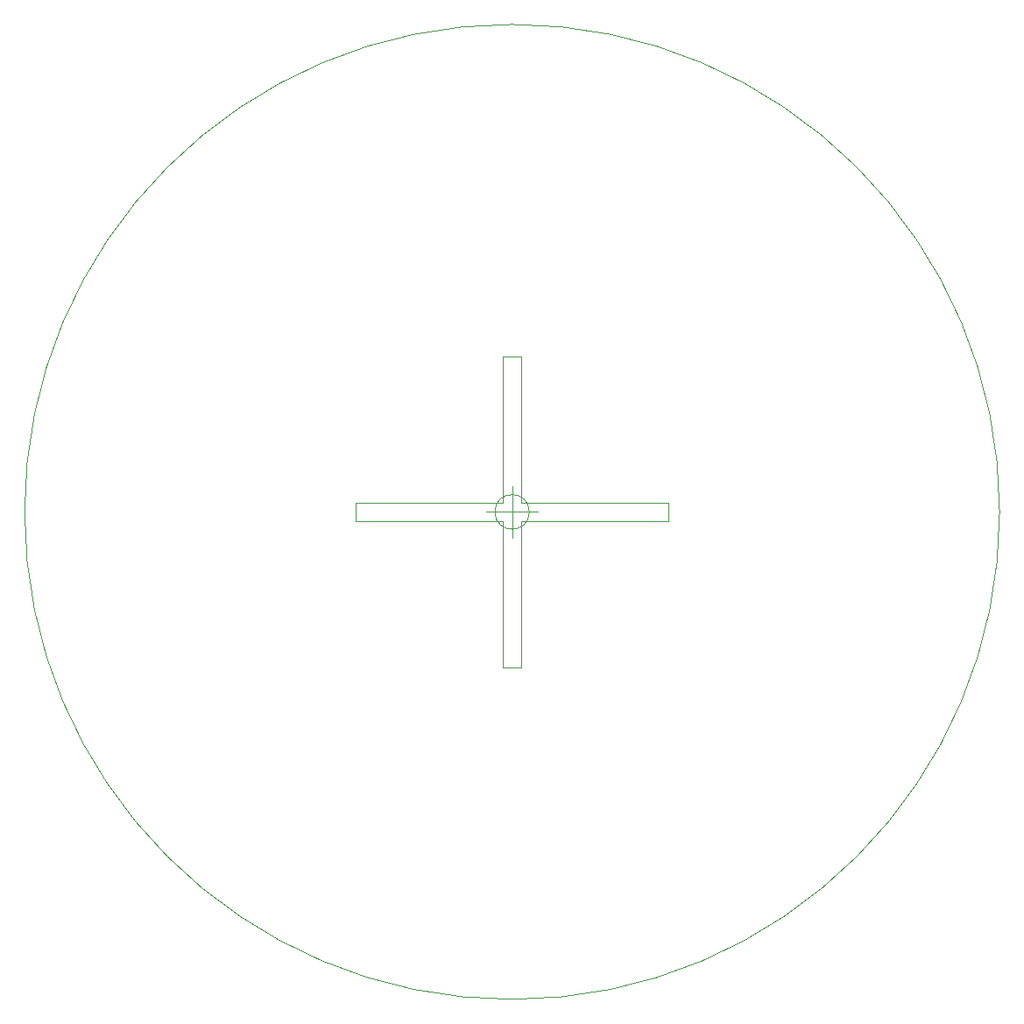
<source format=gm1>
G04 #@! TF.GenerationSoftware,KiCad,Pcbnew,(5.1.5)-3*
G04 #@! TF.CreationDate,2020-11-14T22:32:06+01:00*
G04 #@! TF.ProjectId,Christmas C2,43687269-7374-46d6-9173-2043322e6b69,rev?*
G04 #@! TF.SameCoordinates,Original*
G04 #@! TF.FileFunction,Profile,NP*
%FSLAX46Y46*%
G04 Gerber Fmt 4.6, Leading zero omitted, Abs format (unit mm)*
G04 Created by KiCad (PCBNEW (5.1.5)-3) date 2020-11-14 22:32:06*
%MOMM*%
%LPD*%
G04 APERTURE LIST*
%ADD10C,0.050000*%
G04 APERTURE END LIST*
D10*
X151892000Y-150685500D02*
G75*
G03X151892000Y-150685500I-47117000J0D01*
G01*
X106441666Y-150685500D02*
G75*
G03X106441666Y-150685500I-1666666J0D01*
G01*
X102275000Y-150685500D02*
X107275000Y-150685500D01*
X104775000Y-148185500D02*
X104775000Y-153185500D01*
X105664000Y-165735000D02*
X103886000Y-165735000D01*
X105664000Y-151574500D02*
X105664000Y-165735000D01*
X103886000Y-151574500D02*
X103886000Y-165735000D01*
X103886000Y-149796500D02*
X89662000Y-149796500D01*
X103886000Y-135636000D02*
X105664000Y-135636000D01*
X103886000Y-149796500D02*
X103886000Y-135636000D01*
X105664000Y-149796500D02*
X105664000Y-135636000D01*
X105664000Y-149796500D02*
X119888000Y-149796500D01*
X105664000Y-151574500D02*
X119888000Y-151574500D01*
X119888000Y-151574500D02*
X119888000Y-149796500D01*
X89662000Y-151574500D02*
X103886000Y-151574500D01*
X89662000Y-149796500D02*
X89662000Y-151574500D01*
M02*

</source>
